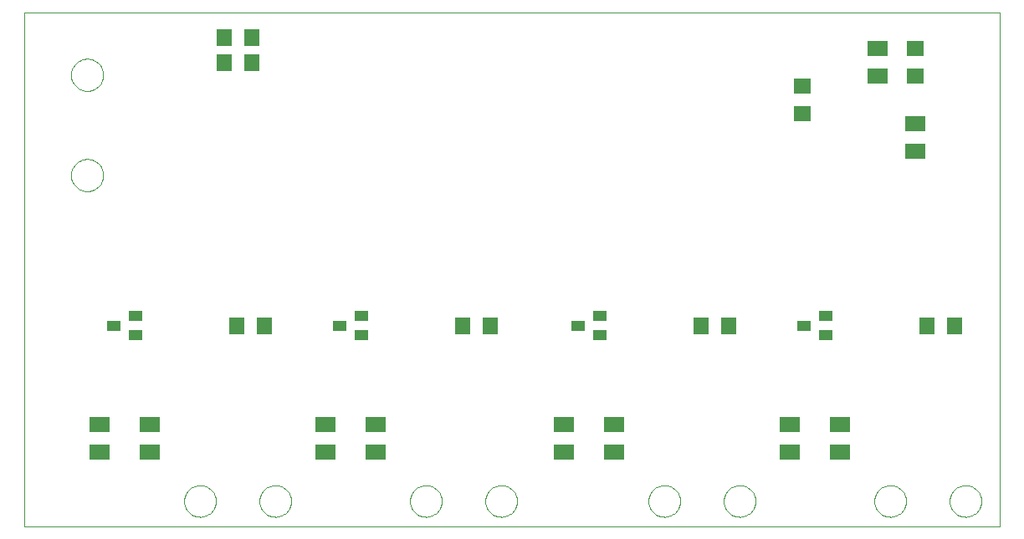
<source format=gbp>
G75*
G70*
%OFA0B0*%
%FSLAX24Y24*%
%IPPOS*%
%LPD*%
%AMOC8*
5,1,8,0,0,1.08239X$1,22.5*
%
%ADD10C,0.0000*%
%ADD11R,0.0787X0.0630*%
%ADD12R,0.0630X0.0709*%
%ADD13R,0.0709X0.0630*%
%ADD14R,0.0551X0.0394*%
D10*
X000704Y003195D02*
X000704Y023691D01*
X039574Y023691D01*
X039574Y003195D01*
X000704Y003195D01*
X007074Y004195D02*
X007076Y004245D01*
X007082Y004295D01*
X007092Y004344D01*
X007106Y004392D01*
X007123Y004439D01*
X007144Y004484D01*
X007169Y004528D01*
X007197Y004569D01*
X007229Y004608D01*
X007263Y004645D01*
X007300Y004679D01*
X007340Y004709D01*
X007382Y004736D01*
X007426Y004760D01*
X007472Y004781D01*
X007519Y004797D01*
X007567Y004810D01*
X007617Y004819D01*
X007666Y004824D01*
X007717Y004825D01*
X007767Y004822D01*
X007816Y004815D01*
X007865Y004804D01*
X007913Y004789D01*
X007959Y004771D01*
X008004Y004749D01*
X008047Y004723D01*
X008088Y004694D01*
X008127Y004662D01*
X008163Y004627D01*
X008195Y004589D01*
X008225Y004549D01*
X008252Y004506D01*
X008275Y004462D01*
X008294Y004416D01*
X008310Y004368D01*
X008322Y004319D01*
X008330Y004270D01*
X008334Y004220D01*
X008334Y004170D01*
X008330Y004120D01*
X008322Y004071D01*
X008310Y004022D01*
X008294Y003974D01*
X008275Y003928D01*
X008252Y003884D01*
X008225Y003841D01*
X008195Y003801D01*
X008163Y003763D01*
X008127Y003728D01*
X008088Y003696D01*
X008047Y003667D01*
X008004Y003641D01*
X007959Y003619D01*
X007913Y003601D01*
X007865Y003586D01*
X007816Y003575D01*
X007767Y003568D01*
X007717Y003565D01*
X007666Y003566D01*
X007617Y003571D01*
X007567Y003580D01*
X007519Y003593D01*
X007472Y003609D01*
X007426Y003630D01*
X007382Y003654D01*
X007340Y003681D01*
X007300Y003711D01*
X007263Y003745D01*
X007229Y003782D01*
X007197Y003821D01*
X007169Y003862D01*
X007144Y003906D01*
X007123Y003951D01*
X007106Y003998D01*
X007092Y004046D01*
X007082Y004095D01*
X007076Y004145D01*
X007074Y004195D01*
X010074Y004195D02*
X010076Y004245D01*
X010082Y004295D01*
X010092Y004344D01*
X010106Y004392D01*
X010123Y004439D01*
X010144Y004484D01*
X010169Y004528D01*
X010197Y004569D01*
X010229Y004608D01*
X010263Y004645D01*
X010300Y004679D01*
X010340Y004709D01*
X010382Y004736D01*
X010426Y004760D01*
X010472Y004781D01*
X010519Y004797D01*
X010567Y004810D01*
X010617Y004819D01*
X010666Y004824D01*
X010717Y004825D01*
X010767Y004822D01*
X010816Y004815D01*
X010865Y004804D01*
X010913Y004789D01*
X010959Y004771D01*
X011004Y004749D01*
X011047Y004723D01*
X011088Y004694D01*
X011127Y004662D01*
X011163Y004627D01*
X011195Y004589D01*
X011225Y004549D01*
X011252Y004506D01*
X011275Y004462D01*
X011294Y004416D01*
X011310Y004368D01*
X011322Y004319D01*
X011330Y004270D01*
X011334Y004220D01*
X011334Y004170D01*
X011330Y004120D01*
X011322Y004071D01*
X011310Y004022D01*
X011294Y003974D01*
X011275Y003928D01*
X011252Y003884D01*
X011225Y003841D01*
X011195Y003801D01*
X011163Y003763D01*
X011127Y003728D01*
X011088Y003696D01*
X011047Y003667D01*
X011004Y003641D01*
X010959Y003619D01*
X010913Y003601D01*
X010865Y003586D01*
X010816Y003575D01*
X010767Y003568D01*
X010717Y003565D01*
X010666Y003566D01*
X010617Y003571D01*
X010567Y003580D01*
X010519Y003593D01*
X010472Y003609D01*
X010426Y003630D01*
X010382Y003654D01*
X010340Y003681D01*
X010300Y003711D01*
X010263Y003745D01*
X010229Y003782D01*
X010197Y003821D01*
X010169Y003862D01*
X010144Y003906D01*
X010123Y003951D01*
X010106Y003998D01*
X010092Y004046D01*
X010082Y004095D01*
X010076Y004145D01*
X010074Y004195D01*
X016074Y004195D02*
X016076Y004245D01*
X016082Y004295D01*
X016092Y004344D01*
X016106Y004392D01*
X016123Y004439D01*
X016144Y004484D01*
X016169Y004528D01*
X016197Y004569D01*
X016229Y004608D01*
X016263Y004645D01*
X016300Y004679D01*
X016340Y004709D01*
X016382Y004736D01*
X016426Y004760D01*
X016472Y004781D01*
X016519Y004797D01*
X016567Y004810D01*
X016617Y004819D01*
X016666Y004824D01*
X016717Y004825D01*
X016767Y004822D01*
X016816Y004815D01*
X016865Y004804D01*
X016913Y004789D01*
X016959Y004771D01*
X017004Y004749D01*
X017047Y004723D01*
X017088Y004694D01*
X017127Y004662D01*
X017163Y004627D01*
X017195Y004589D01*
X017225Y004549D01*
X017252Y004506D01*
X017275Y004462D01*
X017294Y004416D01*
X017310Y004368D01*
X017322Y004319D01*
X017330Y004270D01*
X017334Y004220D01*
X017334Y004170D01*
X017330Y004120D01*
X017322Y004071D01*
X017310Y004022D01*
X017294Y003974D01*
X017275Y003928D01*
X017252Y003884D01*
X017225Y003841D01*
X017195Y003801D01*
X017163Y003763D01*
X017127Y003728D01*
X017088Y003696D01*
X017047Y003667D01*
X017004Y003641D01*
X016959Y003619D01*
X016913Y003601D01*
X016865Y003586D01*
X016816Y003575D01*
X016767Y003568D01*
X016717Y003565D01*
X016666Y003566D01*
X016617Y003571D01*
X016567Y003580D01*
X016519Y003593D01*
X016472Y003609D01*
X016426Y003630D01*
X016382Y003654D01*
X016340Y003681D01*
X016300Y003711D01*
X016263Y003745D01*
X016229Y003782D01*
X016197Y003821D01*
X016169Y003862D01*
X016144Y003906D01*
X016123Y003951D01*
X016106Y003998D01*
X016092Y004046D01*
X016082Y004095D01*
X016076Y004145D01*
X016074Y004195D01*
X019074Y004195D02*
X019076Y004245D01*
X019082Y004295D01*
X019092Y004344D01*
X019106Y004392D01*
X019123Y004439D01*
X019144Y004484D01*
X019169Y004528D01*
X019197Y004569D01*
X019229Y004608D01*
X019263Y004645D01*
X019300Y004679D01*
X019340Y004709D01*
X019382Y004736D01*
X019426Y004760D01*
X019472Y004781D01*
X019519Y004797D01*
X019567Y004810D01*
X019617Y004819D01*
X019666Y004824D01*
X019717Y004825D01*
X019767Y004822D01*
X019816Y004815D01*
X019865Y004804D01*
X019913Y004789D01*
X019959Y004771D01*
X020004Y004749D01*
X020047Y004723D01*
X020088Y004694D01*
X020127Y004662D01*
X020163Y004627D01*
X020195Y004589D01*
X020225Y004549D01*
X020252Y004506D01*
X020275Y004462D01*
X020294Y004416D01*
X020310Y004368D01*
X020322Y004319D01*
X020330Y004270D01*
X020334Y004220D01*
X020334Y004170D01*
X020330Y004120D01*
X020322Y004071D01*
X020310Y004022D01*
X020294Y003974D01*
X020275Y003928D01*
X020252Y003884D01*
X020225Y003841D01*
X020195Y003801D01*
X020163Y003763D01*
X020127Y003728D01*
X020088Y003696D01*
X020047Y003667D01*
X020004Y003641D01*
X019959Y003619D01*
X019913Y003601D01*
X019865Y003586D01*
X019816Y003575D01*
X019767Y003568D01*
X019717Y003565D01*
X019666Y003566D01*
X019617Y003571D01*
X019567Y003580D01*
X019519Y003593D01*
X019472Y003609D01*
X019426Y003630D01*
X019382Y003654D01*
X019340Y003681D01*
X019300Y003711D01*
X019263Y003745D01*
X019229Y003782D01*
X019197Y003821D01*
X019169Y003862D01*
X019144Y003906D01*
X019123Y003951D01*
X019106Y003998D01*
X019092Y004046D01*
X019082Y004095D01*
X019076Y004145D01*
X019074Y004195D01*
X025574Y004195D02*
X025576Y004245D01*
X025582Y004295D01*
X025592Y004344D01*
X025606Y004392D01*
X025623Y004439D01*
X025644Y004484D01*
X025669Y004528D01*
X025697Y004569D01*
X025729Y004608D01*
X025763Y004645D01*
X025800Y004679D01*
X025840Y004709D01*
X025882Y004736D01*
X025926Y004760D01*
X025972Y004781D01*
X026019Y004797D01*
X026067Y004810D01*
X026117Y004819D01*
X026166Y004824D01*
X026217Y004825D01*
X026267Y004822D01*
X026316Y004815D01*
X026365Y004804D01*
X026413Y004789D01*
X026459Y004771D01*
X026504Y004749D01*
X026547Y004723D01*
X026588Y004694D01*
X026627Y004662D01*
X026663Y004627D01*
X026695Y004589D01*
X026725Y004549D01*
X026752Y004506D01*
X026775Y004462D01*
X026794Y004416D01*
X026810Y004368D01*
X026822Y004319D01*
X026830Y004270D01*
X026834Y004220D01*
X026834Y004170D01*
X026830Y004120D01*
X026822Y004071D01*
X026810Y004022D01*
X026794Y003974D01*
X026775Y003928D01*
X026752Y003884D01*
X026725Y003841D01*
X026695Y003801D01*
X026663Y003763D01*
X026627Y003728D01*
X026588Y003696D01*
X026547Y003667D01*
X026504Y003641D01*
X026459Y003619D01*
X026413Y003601D01*
X026365Y003586D01*
X026316Y003575D01*
X026267Y003568D01*
X026217Y003565D01*
X026166Y003566D01*
X026117Y003571D01*
X026067Y003580D01*
X026019Y003593D01*
X025972Y003609D01*
X025926Y003630D01*
X025882Y003654D01*
X025840Y003681D01*
X025800Y003711D01*
X025763Y003745D01*
X025729Y003782D01*
X025697Y003821D01*
X025669Y003862D01*
X025644Y003906D01*
X025623Y003951D01*
X025606Y003998D01*
X025592Y004046D01*
X025582Y004095D01*
X025576Y004145D01*
X025574Y004195D01*
X028574Y004195D02*
X028576Y004245D01*
X028582Y004295D01*
X028592Y004344D01*
X028606Y004392D01*
X028623Y004439D01*
X028644Y004484D01*
X028669Y004528D01*
X028697Y004569D01*
X028729Y004608D01*
X028763Y004645D01*
X028800Y004679D01*
X028840Y004709D01*
X028882Y004736D01*
X028926Y004760D01*
X028972Y004781D01*
X029019Y004797D01*
X029067Y004810D01*
X029117Y004819D01*
X029166Y004824D01*
X029217Y004825D01*
X029267Y004822D01*
X029316Y004815D01*
X029365Y004804D01*
X029413Y004789D01*
X029459Y004771D01*
X029504Y004749D01*
X029547Y004723D01*
X029588Y004694D01*
X029627Y004662D01*
X029663Y004627D01*
X029695Y004589D01*
X029725Y004549D01*
X029752Y004506D01*
X029775Y004462D01*
X029794Y004416D01*
X029810Y004368D01*
X029822Y004319D01*
X029830Y004270D01*
X029834Y004220D01*
X029834Y004170D01*
X029830Y004120D01*
X029822Y004071D01*
X029810Y004022D01*
X029794Y003974D01*
X029775Y003928D01*
X029752Y003884D01*
X029725Y003841D01*
X029695Y003801D01*
X029663Y003763D01*
X029627Y003728D01*
X029588Y003696D01*
X029547Y003667D01*
X029504Y003641D01*
X029459Y003619D01*
X029413Y003601D01*
X029365Y003586D01*
X029316Y003575D01*
X029267Y003568D01*
X029217Y003565D01*
X029166Y003566D01*
X029117Y003571D01*
X029067Y003580D01*
X029019Y003593D01*
X028972Y003609D01*
X028926Y003630D01*
X028882Y003654D01*
X028840Y003681D01*
X028800Y003711D01*
X028763Y003745D01*
X028729Y003782D01*
X028697Y003821D01*
X028669Y003862D01*
X028644Y003906D01*
X028623Y003951D01*
X028606Y003998D01*
X028592Y004046D01*
X028582Y004095D01*
X028576Y004145D01*
X028574Y004195D01*
X034574Y004195D02*
X034576Y004245D01*
X034582Y004295D01*
X034592Y004344D01*
X034606Y004392D01*
X034623Y004439D01*
X034644Y004484D01*
X034669Y004528D01*
X034697Y004569D01*
X034729Y004608D01*
X034763Y004645D01*
X034800Y004679D01*
X034840Y004709D01*
X034882Y004736D01*
X034926Y004760D01*
X034972Y004781D01*
X035019Y004797D01*
X035067Y004810D01*
X035117Y004819D01*
X035166Y004824D01*
X035217Y004825D01*
X035267Y004822D01*
X035316Y004815D01*
X035365Y004804D01*
X035413Y004789D01*
X035459Y004771D01*
X035504Y004749D01*
X035547Y004723D01*
X035588Y004694D01*
X035627Y004662D01*
X035663Y004627D01*
X035695Y004589D01*
X035725Y004549D01*
X035752Y004506D01*
X035775Y004462D01*
X035794Y004416D01*
X035810Y004368D01*
X035822Y004319D01*
X035830Y004270D01*
X035834Y004220D01*
X035834Y004170D01*
X035830Y004120D01*
X035822Y004071D01*
X035810Y004022D01*
X035794Y003974D01*
X035775Y003928D01*
X035752Y003884D01*
X035725Y003841D01*
X035695Y003801D01*
X035663Y003763D01*
X035627Y003728D01*
X035588Y003696D01*
X035547Y003667D01*
X035504Y003641D01*
X035459Y003619D01*
X035413Y003601D01*
X035365Y003586D01*
X035316Y003575D01*
X035267Y003568D01*
X035217Y003565D01*
X035166Y003566D01*
X035117Y003571D01*
X035067Y003580D01*
X035019Y003593D01*
X034972Y003609D01*
X034926Y003630D01*
X034882Y003654D01*
X034840Y003681D01*
X034800Y003711D01*
X034763Y003745D01*
X034729Y003782D01*
X034697Y003821D01*
X034669Y003862D01*
X034644Y003906D01*
X034623Y003951D01*
X034606Y003998D01*
X034592Y004046D01*
X034582Y004095D01*
X034576Y004145D01*
X034574Y004195D01*
X037574Y004195D02*
X037576Y004245D01*
X037582Y004295D01*
X037592Y004344D01*
X037606Y004392D01*
X037623Y004439D01*
X037644Y004484D01*
X037669Y004528D01*
X037697Y004569D01*
X037729Y004608D01*
X037763Y004645D01*
X037800Y004679D01*
X037840Y004709D01*
X037882Y004736D01*
X037926Y004760D01*
X037972Y004781D01*
X038019Y004797D01*
X038067Y004810D01*
X038117Y004819D01*
X038166Y004824D01*
X038217Y004825D01*
X038267Y004822D01*
X038316Y004815D01*
X038365Y004804D01*
X038413Y004789D01*
X038459Y004771D01*
X038504Y004749D01*
X038547Y004723D01*
X038588Y004694D01*
X038627Y004662D01*
X038663Y004627D01*
X038695Y004589D01*
X038725Y004549D01*
X038752Y004506D01*
X038775Y004462D01*
X038794Y004416D01*
X038810Y004368D01*
X038822Y004319D01*
X038830Y004270D01*
X038834Y004220D01*
X038834Y004170D01*
X038830Y004120D01*
X038822Y004071D01*
X038810Y004022D01*
X038794Y003974D01*
X038775Y003928D01*
X038752Y003884D01*
X038725Y003841D01*
X038695Y003801D01*
X038663Y003763D01*
X038627Y003728D01*
X038588Y003696D01*
X038547Y003667D01*
X038504Y003641D01*
X038459Y003619D01*
X038413Y003601D01*
X038365Y003586D01*
X038316Y003575D01*
X038267Y003568D01*
X038217Y003565D01*
X038166Y003566D01*
X038117Y003571D01*
X038067Y003580D01*
X038019Y003593D01*
X037972Y003609D01*
X037926Y003630D01*
X037882Y003654D01*
X037840Y003681D01*
X037800Y003711D01*
X037763Y003745D01*
X037729Y003782D01*
X037697Y003821D01*
X037669Y003862D01*
X037644Y003906D01*
X037623Y003951D01*
X037606Y003998D01*
X037592Y004046D01*
X037582Y004095D01*
X037576Y004145D01*
X037574Y004195D01*
X002564Y017195D02*
X002566Y017245D01*
X002572Y017295D01*
X002582Y017344D01*
X002595Y017393D01*
X002613Y017440D01*
X002634Y017486D01*
X002658Y017529D01*
X002686Y017571D01*
X002717Y017611D01*
X002751Y017648D01*
X002788Y017682D01*
X002828Y017713D01*
X002870Y017741D01*
X002913Y017765D01*
X002959Y017786D01*
X003006Y017804D01*
X003055Y017817D01*
X003104Y017827D01*
X003154Y017833D01*
X003204Y017835D01*
X003254Y017833D01*
X003304Y017827D01*
X003353Y017817D01*
X003402Y017804D01*
X003449Y017786D01*
X003495Y017765D01*
X003538Y017741D01*
X003580Y017713D01*
X003620Y017682D01*
X003657Y017648D01*
X003691Y017611D01*
X003722Y017571D01*
X003750Y017529D01*
X003774Y017486D01*
X003795Y017440D01*
X003813Y017393D01*
X003826Y017344D01*
X003836Y017295D01*
X003842Y017245D01*
X003844Y017195D01*
X003842Y017145D01*
X003836Y017095D01*
X003826Y017046D01*
X003813Y016997D01*
X003795Y016950D01*
X003774Y016904D01*
X003750Y016861D01*
X003722Y016819D01*
X003691Y016779D01*
X003657Y016742D01*
X003620Y016708D01*
X003580Y016677D01*
X003538Y016649D01*
X003495Y016625D01*
X003449Y016604D01*
X003402Y016586D01*
X003353Y016573D01*
X003304Y016563D01*
X003254Y016557D01*
X003204Y016555D01*
X003154Y016557D01*
X003104Y016563D01*
X003055Y016573D01*
X003006Y016586D01*
X002959Y016604D01*
X002913Y016625D01*
X002870Y016649D01*
X002828Y016677D01*
X002788Y016708D01*
X002751Y016742D01*
X002717Y016779D01*
X002686Y016819D01*
X002658Y016861D01*
X002634Y016904D01*
X002613Y016950D01*
X002595Y016997D01*
X002582Y017046D01*
X002572Y017095D01*
X002566Y017145D01*
X002564Y017195D01*
X002564Y021195D02*
X002566Y021245D01*
X002572Y021295D01*
X002582Y021344D01*
X002595Y021393D01*
X002613Y021440D01*
X002634Y021486D01*
X002658Y021529D01*
X002686Y021571D01*
X002717Y021611D01*
X002751Y021648D01*
X002788Y021682D01*
X002828Y021713D01*
X002870Y021741D01*
X002913Y021765D01*
X002959Y021786D01*
X003006Y021804D01*
X003055Y021817D01*
X003104Y021827D01*
X003154Y021833D01*
X003204Y021835D01*
X003254Y021833D01*
X003304Y021827D01*
X003353Y021817D01*
X003402Y021804D01*
X003449Y021786D01*
X003495Y021765D01*
X003538Y021741D01*
X003580Y021713D01*
X003620Y021682D01*
X003657Y021648D01*
X003691Y021611D01*
X003722Y021571D01*
X003750Y021529D01*
X003774Y021486D01*
X003795Y021440D01*
X003813Y021393D01*
X003826Y021344D01*
X003836Y021295D01*
X003842Y021245D01*
X003844Y021195D01*
X003842Y021145D01*
X003836Y021095D01*
X003826Y021046D01*
X003813Y020997D01*
X003795Y020950D01*
X003774Y020904D01*
X003750Y020861D01*
X003722Y020819D01*
X003691Y020779D01*
X003657Y020742D01*
X003620Y020708D01*
X003580Y020677D01*
X003538Y020649D01*
X003495Y020625D01*
X003449Y020604D01*
X003402Y020586D01*
X003353Y020573D01*
X003304Y020563D01*
X003254Y020557D01*
X003204Y020555D01*
X003154Y020557D01*
X003104Y020563D01*
X003055Y020573D01*
X003006Y020586D01*
X002959Y020604D01*
X002913Y020625D01*
X002870Y020649D01*
X002828Y020677D01*
X002788Y020708D01*
X002751Y020742D01*
X002717Y020779D01*
X002686Y020819D01*
X002658Y020861D01*
X002634Y020904D01*
X002613Y020950D01*
X002595Y020997D01*
X002582Y021046D01*
X002572Y021095D01*
X002566Y021145D01*
X002564Y021195D01*
D11*
X003704Y007246D03*
X003704Y006144D03*
X005704Y006144D03*
X005704Y007246D03*
X012704Y007246D03*
X012704Y006144D03*
X014704Y006144D03*
X014704Y007246D03*
X022204Y007246D03*
X022204Y006144D03*
X024204Y006144D03*
X024204Y007246D03*
X031204Y007246D03*
X031204Y006144D03*
X033204Y006144D03*
X033204Y007246D03*
X036204Y018144D03*
X036204Y019246D03*
X034704Y021144D03*
X034704Y022246D03*
D12*
X036653Y011195D03*
X037755Y011195D03*
X028755Y011195D03*
X027653Y011195D03*
X019255Y011195D03*
X018153Y011195D03*
X010255Y011195D03*
X009153Y011195D03*
X008653Y021695D03*
X009755Y021695D03*
X009755Y022695D03*
X008653Y022695D03*
D13*
X031704Y020746D03*
X031704Y019644D03*
X036204Y021144D03*
X036204Y022246D03*
D14*
X032637Y011569D03*
X031771Y011195D03*
X032637Y010821D03*
X023637Y010821D03*
X022771Y011195D03*
X023637Y011569D03*
X014137Y011569D03*
X013271Y011195D03*
X014137Y010821D03*
X005137Y010821D03*
X004271Y011195D03*
X005137Y011569D03*
M02*

</source>
